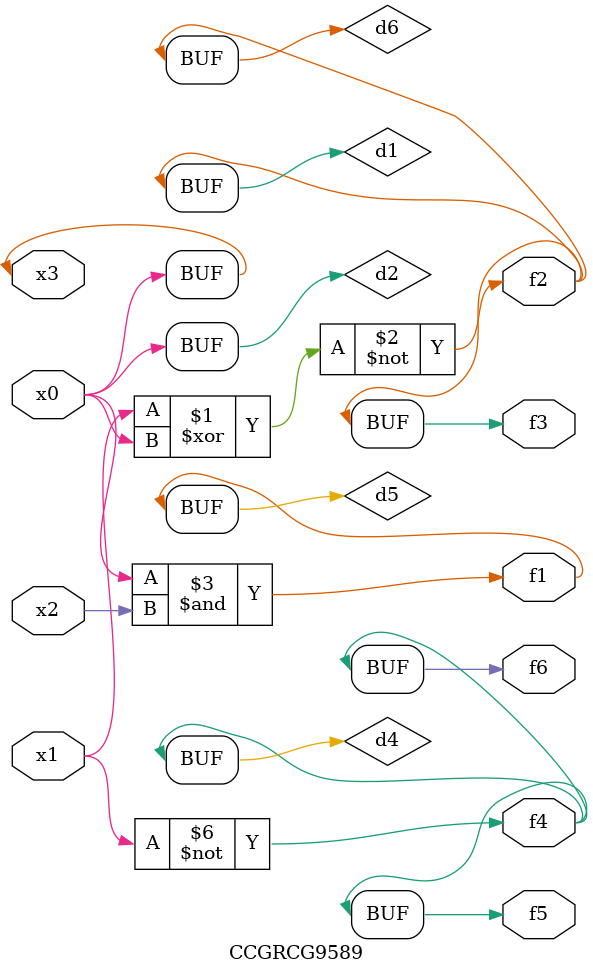
<source format=v>
module CCGRCG9589(
	input x0, x1, x2, x3,
	output f1, f2, f3, f4, f5, f6
);

	wire d1, d2, d3, d4, d5, d6;

	xnor (d1, x1, x3);
	buf (d2, x0, x3);
	nand (d3, x0, x2);
	not (d4, x1);
	nand (d5, d3);
	or (d6, d1);
	assign f1 = d5;
	assign f2 = d6;
	assign f3 = d6;
	assign f4 = d4;
	assign f5 = d4;
	assign f6 = d4;
endmodule

</source>
